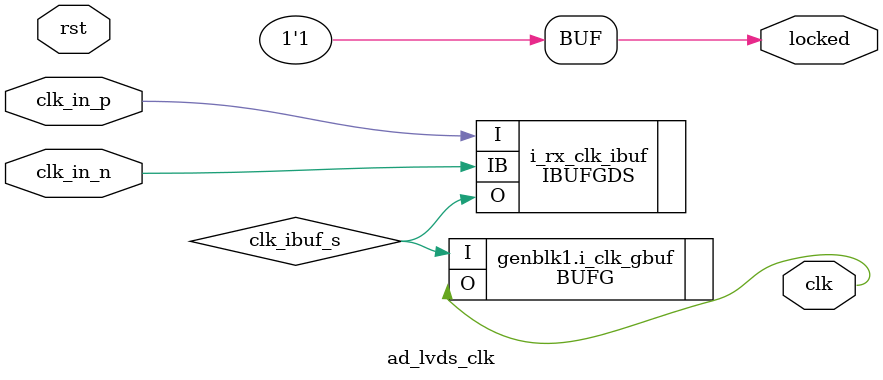
<source format=v>

`timescale 1ns/100ps

module ad_lvds_clk #(

  parameter   DEVICE_TYPE   = 0) (

  input                   rst,
  output                  locked,

  input                   clk_in_p,
  input                   clk_in_n,
  output                  clk);

  localparam  SERIES7       = 0;
  localparam  VIRTEX6       = 1;

  // wires

  wire      clk_ibuf_s;

  // defaults

  assign locked = 1'b1;

  // instantiations

  IBUFGDS i_rx_clk_ibuf (
    .I (clk_in_p),
    .IB (clk_in_n),
    .O (clk_ibuf_s));

  generate
  if (DEVICE_TYPE == VIRTEX6) begin
  BUFR #(.BUFR_DIVIDE("BYPASS")) i_clk_rbuf (
    .CLR (1'b0),
    .CE (1'b1),
    .I (clk_ibuf_s),
    .O (clk));
  end else begin
  BUFG i_clk_gbuf (
    .I (clk_ibuf_s),
    .O (clk));
  end
  endgenerate

endmodule

// ***************************************************************************
// ***************************************************************************

</source>
